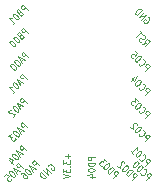
<source format=gbr>
%TF.GenerationSoftware,KiCad,Pcbnew,(5.1.6)-1*%
%TF.CreationDate,2021-01-29T18:20:15+05:30*%
%TF.ProjectId,Bluetooth_Module,426c7565-746f-46f7-9468-5f4d6f64756c,rev?*%
%TF.SameCoordinates,Original*%
%TF.FileFunction,Legend,Bot*%
%TF.FilePolarity,Positive*%
%FSLAX46Y46*%
G04 Gerber Fmt 4.6, Leading zero omitted, Abs format (unit mm)*
G04 Created by KiCad (PCBNEW (5.1.6)-1) date 2021-01-29 18:20:15*
%MOMM*%
%LPD*%
G01*
G04 APERTURE LIST*
%ADD10C,0.120000*%
G04 APERTURE END LIST*
%TO.C,J12*%
D10*
X103698020Y-85635837D02*
X103273756Y-85211573D01*
X103139069Y-85346260D01*
X103125600Y-85400135D01*
X103128967Y-85437174D01*
X103152538Y-85494416D01*
X103213147Y-85555025D01*
X103270389Y-85578595D01*
X103307428Y-85581962D01*
X103361302Y-85568493D01*
X103495990Y-85433806D01*
X103004382Y-85885008D02*
X102974077Y-85955719D01*
X102977445Y-85992758D01*
X103001015Y-86050000D01*
X103061624Y-86110609D01*
X103118866Y-86134179D01*
X103155905Y-86137546D01*
X103209780Y-86124077D01*
X103344467Y-85989390D01*
X102920203Y-85565126D01*
X102802351Y-85682977D01*
X102788883Y-85736852D01*
X102792250Y-85773891D01*
X102815820Y-85831133D01*
X102856226Y-85871539D01*
X102913468Y-85895109D01*
X102950507Y-85898477D01*
X103004382Y-85885008D01*
X103122233Y-85767157D01*
X102499306Y-85986023D02*
X102465634Y-86019695D01*
X102452165Y-86073570D01*
X102455532Y-86110609D01*
X102479103Y-86167851D01*
X102543079Y-86265499D01*
X102644094Y-86366514D01*
X102741742Y-86430490D01*
X102798984Y-86454061D01*
X102836023Y-86457428D01*
X102889898Y-86443959D01*
X102923570Y-86410287D01*
X102937038Y-86356412D01*
X102933671Y-86319374D01*
X102910101Y-86262132D01*
X102846125Y-86164483D01*
X102745109Y-86063468D01*
X102647461Y-85999492D01*
X102590219Y-85975922D01*
X102553180Y-85972554D01*
X102499306Y-85986023D01*
X102162588Y-86322741D02*
X102128916Y-86356412D01*
X102115448Y-86410287D01*
X102118815Y-86447326D01*
X102142385Y-86504568D01*
X102206361Y-86602216D01*
X102307377Y-86703231D01*
X102405025Y-86767208D01*
X102462267Y-86790778D01*
X102499306Y-86794145D01*
X102553180Y-86780677D01*
X102586852Y-86747005D01*
X102600321Y-86693130D01*
X102596954Y-86656091D01*
X102573384Y-86598849D01*
X102509407Y-86501201D01*
X102408392Y-86400186D01*
X102310744Y-86336209D01*
X102253502Y-86312639D01*
X102216463Y-86309272D01*
X102162588Y-86322741D01*
%TO.C,J1*%
X104622766Y-96861091D02*
X104198502Y-96436827D01*
X104063815Y-96571514D01*
X104050346Y-96625389D01*
X104053714Y-96662427D01*
X104077284Y-96719669D01*
X104137893Y-96780279D01*
X104195135Y-96803849D01*
X104232174Y-96807216D01*
X104286049Y-96793747D01*
X104420736Y-96659060D01*
X104164830Y-97076590D02*
X103996472Y-97244949D01*
X104319720Y-97164137D02*
X103777605Y-96857724D01*
X104084018Y-97399839D01*
X103474559Y-97160769D02*
X103440888Y-97194441D01*
X103427419Y-97248316D01*
X103430786Y-97285355D01*
X103454356Y-97342597D01*
X103518333Y-97440245D01*
X103619348Y-97541260D01*
X103716996Y-97605236D01*
X103774238Y-97628807D01*
X103811277Y-97632174D01*
X103865152Y-97618705D01*
X103898824Y-97585033D01*
X103912292Y-97531159D01*
X103908925Y-97494120D01*
X103885355Y-97436878D01*
X103821379Y-97339230D01*
X103720363Y-97238214D01*
X103622715Y-97174238D01*
X103565473Y-97150668D01*
X103528434Y-97147301D01*
X103474559Y-97160769D01*
X103053663Y-97581666D02*
X103121006Y-97514323D01*
X103174881Y-97500854D01*
X103211920Y-97504221D01*
X103306201Y-97531159D01*
X103403849Y-97595135D01*
X103565473Y-97756759D01*
X103589043Y-97814001D01*
X103592411Y-97851040D01*
X103578942Y-97904915D01*
X103511598Y-97972259D01*
X103457724Y-97985727D01*
X103420685Y-97982360D01*
X103363443Y-97958790D01*
X103262427Y-97857775D01*
X103238857Y-97800533D01*
X103235490Y-97763494D01*
X103248959Y-97709619D01*
X103316302Y-97642275D01*
X103370177Y-97628807D01*
X103407216Y-97632174D01*
X103464458Y-97655744D01*
%TO.C,J2*%
X103272766Y-97061091D02*
X102848502Y-96636827D01*
X102713815Y-96771514D01*
X102700346Y-96825389D01*
X102703714Y-96862427D01*
X102727284Y-96919669D01*
X102787893Y-96980279D01*
X102845135Y-97003849D01*
X102882174Y-97007216D01*
X102936049Y-96993747D01*
X103070736Y-96859060D01*
X102814830Y-97276590D02*
X102646472Y-97444949D01*
X102969720Y-97364137D02*
X102427605Y-97057724D01*
X102734018Y-97599839D01*
X102124559Y-97360769D02*
X102090888Y-97394441D01*
X102077419Y-97448316D01*
X102080786Y-97485355D01*
X102104356Y-97542597D01*
X102168333Y-97640245D01*
X102269348Y-97741260D01*
X102366996Y-97805236D01*
X102424238Y-97828807D01*
X102461277Y-97832174D01*
X102515152Y-97818705D01*
X102548824Y-97785033D01*
X102562292Y-97731159D01*
X102558925Y-97694120D01*
X102535355Y-97636878D01*
X102471379Y-97539230D01*
X102370363Y-97438214D01*
X102272715Y-97374238D01*
X102215473Y-97350668D01*
X102178434Y-97347301D01*
X102124559Y-97360769D01*
X101686827Y-97798502D02*
X101855185Y-97630143D01*
X102074052Y-97815338D01*
X102037013Y-97811971D01*
X101983138Y-97825440D01*
X101898959Y-97909619D01*
X101885490Y-97963494D01*
X101888857Y-98000533D01*
X101912427Y-98057775D01*
X102013443Y-98158790D01*
X102070685Y-98182360D01*
X102107724Y-98185727D01*
X102161598Y-98172259D01*
X102245778Y-98088079D01*
X102259246Y-98034204D01*
X102255879Y-97997165D01*
%TO.C,J3*%
X103538079Y-95595778D02*
X103113815Y-95171514D01*
X102979128Y-95306201D01*
X102965659Y-95360076D01*
X102969027Y-95397114D01*
X102992597Y-95454356D01*
X103053206Y-95514966D01*
X103110448Y-95538536D01*
X103147487Y-95541903D01*
X103201362Y-95528434D01*
X103336049Y-95393747D01*
X103080143Y-95811277D02*
X102911785Y-95979636D01*
X103235033Y-95898824D02*
X102692918Y-95592411D01*
X102999331Y-96134526D01*
X102389872Y-95895456D02*
X102356201Y-95929128D01*
X102342732Y-95983003D01*
X102346099Y-96020042D01*
X102369669Y-96077284D01*
X102433646Y-96174932D01*
X102534661Y-96275947D01*
X102632309Y-96339923D01*
X102689551Y-96363494D01*
X102726590Y-96366861D01*
X102780465Y-96353392D01*
X102814137Y-96319720D01*
X102827605Y-96265846D01*
X102824238Y-96228807D01*
X102800668Y-96171565D01*
X102736692Y-96073917D01*
X102635676Y-95972901D01*
X102538028Y-95908925D01*
X102480786Y-95885355D01*
X102443747Y-95881988D01*
X102389872Y-95895456D01*
X102110397Y-96457775D02*
X102393240Y-96740617D01*
X102032952Y-96211971D02*
X102420177Y-96430837D01*
X102201311Y-96649704D01*
%TO.C,J4*%
X103622766Y-93661091D02*
X103198502Y-93236827D01*
X103063815Y-93371514D01*
X103050346Y-93425389D01*
X103053714Y-93462427D01*
X103077284Y-93519669D01*
X103137893Y-93580279D01*
X103195135Y-93603849D01*
X103232174Y-93607216D01*
X103286049Y-93593747D01*
X103420736Y-93459060D01*
X103164830Y-93876590D02*
X102996472Y-94044949D01*
X103319720Y-93964137D02*
X102777605Y-93657724D01*
X103084018Y-94199839D01*
X102474559Y-93960769D02*
X102440888Y-93994441D01*
X102427419Y-94048316D01*
X102430786Y-94085355D01*
X102454356Y-94142597D01*
X102518333Y-94240245D01*
X102619348Y-94341260D01*
X102716996Y-94405236D01*
X102774238Y-94428807D01*
X102811277Y-94432174D01*
X102865152Y-94418705D01*
X102898824Y-94385033D01*
X102912292Y-94331159D01*
X102908925Y-94294120D01*
X102885355Y-94236878D01*
X102821379Y-94139230D01*
X102720363Y-94038214D01*
X102622715Y-93974238D01*
X102565473Y-93950668D01*
X102528434Y-93947301D01*
X102474559Y-93960769D01*
X102238857Y-94196472D02*
X102019991Y-94415338D01*
X102299466Y-94459111D01*
X102248959Y-94509619D01*
X102235490Y-94563494D01*
X102238857Y-94600533D01*
X102262427Y-94657775D01*
X102363443Y-94758790D01*
X102420685Y-94782360D01*
X102457724Y-94785727D01*
X102511598Y-94772259D01*
X102612614Y-94671243D01*
X102626082Y-94617369D01*
X102622715Y-94580330D01*
%TO.C,J5*%
X103572766Y-91561091D02*
X103148502Y-91136827D01*
X103013815Y-91271514D01*
X103000346Y-91325389D01*
X103003714Y-91362427D01*
X103027284Y-91419669D01*
X103087893Y-91480279D01*
X103145135Y-91503849D01*
X103182174Y-91507216D01*
X103236049Y-91493747D01*
X103370736Y-91359060D01*
X103114830Y-91776590D02*
X102946472Y-91944949D01*
X103269720Y-91864137D02*
X102727605Y-91557724D01*
X103034018Y-92099839D01*
X102424559Y-91860769D02*
X102390888Y-91894441D01*
X102377419Y-91948316D01*
X102380786Y-91985355D01*
X102404356Y-92042597D01*
X102468333Y-92140245D01*
X102569348Y-92241260D01*
X102666996Y-92305236D01*
X102724238Y-92328807D01*
X102761277Y-92332174D01*
X102815152Y-92318705D01*
X102848824Y-92285033D01*
X102862292Y-92231159D01*
X102858925Y-92194120D01*
X102835355Y-92136878D01*
X102771379Y-92039230D01*
X102670363Y-91938214D01*
X102572715Y-91874238D01*
X102515473Y-91850668D01*
X102478434Y-91847301D01*
X102424559Y-91860769D01*
X102212427Y-92153714D02*
X102175389Y-92150346D01*
X102121514Y-92163815D01*
X102037334Y-92247995D01*
X102023866Y-92301869D01*
X102027233Y-92338908D01*
X102050803Y-92396150D01*
X102091209Y-92436556D01*
X102168654Y-92480330D01*
X102613121Y-92520736D01*
X102394255Y-92739602D01*
%TO.C,J6*%
X103572766Y-89561091D02*
X103148502Y-89136827D01*
X103013815Y-89271514D01*
X103000346Y-89325389D01*
X103003714Y-89362427D01*
X103027284Y-89419669D01*
X103087893Y-89480279D01*
X103145135Y-89503849D01*
X103182174Y-89507216D01*
X103236049Y-89493747D01*
X103370736Y-89359060D01*
X103114830Y-89776590D02*
X102946472Y-89944949D01*
X103269720Y-89864137D02*
X102727605Y-89557724D01*
X103034018Y-90099839D01*
X102424559Y-89860769D02*
X102390888Y-89894441D01*
X102377419Y-89948316D01*
X102380786Y-89985355D01*
X102404356Y-90042597D01*
X102468333Y-90140245D01*
X102569348Y-90241260D01*
X102666996Y-90305236D01*
X102724238Y-90328807D01*
X102761277Y-90332174D01*
X102815152Y-90318705D01*
X102848824Y-90285033D01*
X102862292Y-90231159D01*
X102858925Y-90194120D01*
X102835355Y-90136878D01*
X102771379Y-90039230D01*
X102670363Y-89938214D01*
X102572715Y-89874238D01*
X102515473Y-89850668D01*
X102478434Y-89847301D01*
X102424559Y-89860769D01*
X102394255Y-90739602D02*
X102596285Y-90537572D01*
X102495270Y-90638587D02*
X102071006Y-90214323D01*
X102165287Y-90241260D01*
X102239365Y-90247995D01*
X102293240Y-90234526D01*
%TO.C,J7*%
X103722766Y-87661091D02*
X103298502Y-87236827D01*
X103163815Y-87371514D01*
X103150346Y-87425389D01*
X103153714Y-87462427D01*
X103177284Y-87519669D01*
X103237893Y-87580279D01*
X103295135Y-87603849D01*
X103332174Y-87607216D01*
X103386049Y-87593747D01*
X103520736Y-87459060D01*
X103264830Y-87876590D02*
X103096472Y-88044949D01*
X103419720Y-87964137D02*
X102877605Y-87657724D01*
X103184018Y-88199839D01*
X102574559Y-87960769D02*
X102540888Y-87994441D01*
X102527419Y-88048316D01*
X102530786Y-88085355D01*
X102554356Y-88142597D01*
X102618333Y-88240245D01*
X102719348Y-88341260D01*
X102816996Y-88405236D01*
X102874238Y-88428807D01*
X102911277Y-88432174D01*
X102965152Y-88418705D01*
X102998824Y-88385033D01*
X103012292Y-88331159D01*
X103008925Y-88294120D01*
X102985355Y-88236878D01*
X102921379Y-88139230D01*
X102820363Y-88038214D01*
X102722715Y-87974238D01*
X102665473Y-87950668D01*
X102628434Y-87947301D01*
X102574559Y-87960769D01*
X102237842Y-88297487D02*
X102204170Y-88331159D01*
X102190702Y-88385033D01*
X102194069Y-88422072D01*
X102217639Y-88479314D01*
X102281615Y-88576962D01*
X102382630Y-88677978D01*
X102480279Y-88741954D01*
X102537521Y-88765524D01*
X102574559Y-88768891D01*
X102628434Y-88755423D01*
X102662106Y-88721751D01*
X102675575Y-88667876D01*
X102672208Y-88630837D01*
X102648637Y-88573595D01*
X102584661Y-88475947D01*
X102483646Y-88374932D01*
X102385998Y-88310956D01*
X102328756Y-88287385D01*
X102291717Y-88284018D01*
X102237842Y-88297487D01*
%TO.C,J8*%
X107042857Y-95875000D02*
X107042857Y-96255952D01*
X107271428Y-96065476D02*
X106814285Y-96065476D01*
X106671428Y-96446428D02*
X106671428Y-96755952D01*
X106900000Y-96589285D01*
X106900000Y-96660714D01*
X106928571Y-96708333D01*
X106957142Y-96732142D01*
X107014285Y-96755952D01*
X107157142Y-96755952D01*
X107214285Y-96732142D01*
X107242857Y-96708333D01*
X107271428Y-96660714D01*
X107271428Y-96517857D01*
X107242857Y-96470238D01*
X107214285Y-96446428D01*
X107214285Y-96970238D02*
X107242857Y-96994047D01*
X107271428Y-96970238D01*
X107242857Y-96946428D01*
X107214285Y-96970238D01*
X107271428Y-96970238D01*
X106671428Y-97160714D02*
X106671428Y-97470238D01*
X106900000Y-97303571D01*
X106900000Y-97375000D01*
X106928571Y-97422619D01*
X106957142Y-97446428D01*
X107014285Y-97470238D01*
X107157142Y-97470238D01*
X107214285Y-97446428D01*
X107242857Y-97422619D01*
X107271428Y-97375000D01*
X107271428Y-97232142D01*
X107242857Y-97184523D01*
X107214285Y-97160714D01*
X106671428Y-97613095D02*
X107271428Y-97779761D01*
X106671428Y-97946428D01*
%TO.C,J9*%
X112489162Y-98123020D02*
X112913426Y-97698756D01*
X112778739Y-97564069D01*
X112724864Y-97550600D01*
X112687825Y-97553967D01*
X112630583Y-97577538D01*
X112569974Y-97638147D01*
X112546404Y-97695389D01*
X112543037Y-97732428D01*
X112556506Y-97786302D01*
X112691193Y-97920990D01*
X112135609Y-97769467D02*
X112559873Y-97345203D01*
X112475693Y-97261023D01*
X112404983Y-97230719D01*
X112330905Y-97237453D01*
X112273663Y-97261023D01*
X112176015Y-97325000D01*
X112115406Y-97385609D01*
X112051429Y-97483257D01*
X112027859Y-97540499D01*
X112021125Y-97614577D01*
X112051429Y-97685287D01*
X112135609Y-97769467D01*
X112138976Y-96924306D02*
X112105304Y-96890634D01*
X112051429Y-96877165D01*
X112014390Y-96880532D01*
X111957148Y-96904103D01*
X111859500Y-96968079D01*
X111758485Y-97069094D01*
X111694509Y-97166742D01*
X111670938Y-97223984D01*
X111667571Y-97261023D01*
X111681040Y-97314898D01*
X111714712Y-97348570D01*
X111768587Y-97362038D01*
X111805625Y-97358671D01*
X111862867Y-97335101D01*
X111960516Y-97271125D01*
X112061531Y-97170109D01*
X112125507Y-97072461D01*
X112149077Y-97015219D01*
X112152445Y-96978180D01*
X112138976Y-96924306D01*
X111846032Y-96712174D02*
X111849399Y-96675135D01*
X111835930Y-96621260D01*
X111751751Y-96537081D01*
X111697876Y-96523612D01*
X111660837Y-96526979D01*
X111603595Y-96550549D01*
X111563189Y-96590955D01*
X111519416Y-96668400D01*
X111479009Y-97112867D01*
X111260143Y-96894001D01*
%TO.C,J10*%
X110889162Y-97948020D02*
X111313426Y-97523756D01*
X111178739Y-97389069D01*
X111124864Y-97375600D01*
X111087825Y-97378967D01*
X111030583Y-97402538D01*
X110969974Y-97463147D01*
X110946404Y-97520389D01*
X110943037Y-97557428D01*
X110956506Y-97611302D01*
X111091193Y-97745990D01*
X110535609Y-97594467D02*
X110959873Y-97170203D01*
X110875693Y-97086023D01*
X110804983Y-97055719D01*
X110730905Y-97062453D01*
X110673663Y-97086023D01*
X110576015Y-97150000D01*
X110515406Y-97210609D01*
X110451429Y-97308257D01*
X110427859Y-97365499D01*
X110421125Y-97439577D01*
X110451429Y-97510287D01*
X110535609Y-97594467D01*
X110538976Y-96749306D02*
X110505304Y-96715634D01*
X110451429Y-96702165D01*
X110414390Y-96705532D01*
X110357148Y-96729103D01*
X110259500Y-96793079D01*
X110158485Y-96894094D01*
X110094509Y-96991742D01*
X110070938Y-97048984D01*
X110067571Y-97086023D01*
X110081040Y-97139898D01*
X110114712Y-97173570D01*
X110168587Y-97187038D01*
X110205625Y-97183671D01*
X110262867Y-97160101D01*
X110360516Y-97096125D01*
X110461531Y-96995109D01*
X110525507Y-96897461D01*
X110549077Y-96840219D01*
X110552445Y-96803180D01*
X110538976Y-96749306D01*
X110303274Y-96513603D02*
X110084407Y-96294737D01*
X110040634Y-96574213D01*
X109990126Y-96523705D01*
X109936251Y-96510236D01*
X109899213Y-96513603D01*
X109841971Y-96537174D01*
X109740955Y-96638189D01*
X109717385Y-96695431D01*
X109714018Y-96732470D01*
X109727487Y-96786345D01*
X109828502Y-96887360D01*
X109882377Y-96900829D01*
X109919416Y-96897461D01*
%TO.C,J11*%
X109321428Y-96142857D02*
X108721428Y-96142857D01*
X108721428Y-96333333D01*
X108750000Y-96380952D01*
X108778571Y-96404761D01*
X108835714Y-96428571D01*
X108921428Y-96428571D01*
X108978571Y-96404761D01*
X109007142Y-96380952D01*
X109035714Y-96333333D01*
X109035714Y-96142857D01*
X109321428Y-96642857D02*
X108721428Y-96642857D01*
X108721428Y-96761904D01*
X108750000Y-96833333D01*
X108807142Y-96880952D01*
X108864285Y-96904761D01*
X108978571Y-96928571D01*
X109064285Y-96928571D01*
X109178571Y-96904761D01*
X109235714Y-96880952D01*
X109292857Y-96833333D01*
X109321428Y-96761904D01*
X109321428Y-96642857D01*
X108721428Y-97238095D02*
X108721428Y-97285714D01*
X108750000Y-97333333D01*
X108778571Y-97357142D01*
X108835714Y-97380952D01*
X108950000Y-97404761D01*
X109092857Y-97404761D01*
X109207142Y-97380952D01*
X109264285Y-97357142D01*
X109292857Y-97333333D01*
X109321428Y-97285714D01*
X109321428Y-97238095D01*
X109292857Y-97190476D01*
X109264285Y-97166666D01*
X109207142Y-97142857D01*
X109092857Y-97119047D01*
X108950000Y-97119047D01*
X108835714Y-97142857D01*
X108778571Y-97166666D01*
X108750000Y-97190476D01*
X108721428Y-97238095D01*
X108921428Y-97833333D02*
X109321428Y-97833333D01*
X108692857Y-97714285D02*
X109121428Y-97595238D01*
X109121428Y-97904761D01*
%TO.C,J14*%
X113831506Y-84307241D02*
X113885380Y-84320710D01*
X113935888Y-84371218D01*
X113966193Y-84441928D01*
X113959458Y-84516006D01*
X113935888Y-84573248D01*
X113871912Y-84670896D01*
X113811302Y-84731506D01*
X113713654Y-84795482D01*
X113656412Y-84819052D01*
X113582335Y-84825786D01*
X113511624Y-84795482D01*
X113477952Y-84761810D01*
X113447648Y-84691099D01*
X113451015Y-84654061D01*
X113592436Y-84512639D01*
X113659780Y-84579983D01*
X113259086Y-84542944D02*
X113683350Y-84118680D01*
X113057055Y-84340913D01*
X113481319Y-83916649D01*
X112888697Y-84172554D02*
X113312961Y-83748290D01*
X113228781Y-83664111D01*
X113158071Y-83633806D01*
X113083993Y-83640541D01*
X113026751Y-83664111D01*
X112929103Y-83728087D01*
X112868493Y-83788697D01*
X112804517Y-83886345D01*
X112780947Y-83943587D01*
X112774213Y-84017664D01*
X112804517Y-84088375D01*
X112888697Y-84172554D01*
%TO.C,J15*%
X113564162Y-88848020D02*
X113988426Y-88423756D01*
X113853739Y-88289069D01*
X113799864Y-88275600D01*
X113762825Y-88278967D01*
X113705583Y-88302538D01*
X113644974Y-88363147D01*
X113621404Y-88420389D01*
X113618037Y-88457428D01*
X113631506Y-88511302D01*
X113766193Y-88645990D01*
X113048984Y-88252030D02*
X113045617Y-88289069D01*
X113075922Y-88359780D01*
X113109593Y-88393451D01*
X113180304Y-88423756D01*
X113254382Y-88417022D01*
X113311624Y-88393451D01*
X113409272Y-88329475D01*
X113469881Y-88268866D01*
X113533857Y-88171218D01*
X113557428Y-88113976D01*
X113564162Y-88039898D01*
X113533857Y-87969187D01*
X113500186Y-87935516D01*
X113429475Y-87905211D01*
X113392436Y-87908578D01*
X113213976Y-87649306D02*
X113180304Y-87615634D01*
X113126429Y-87602165D01*
X113089390Y-87605532D01*
X113032148Y-87629103D01*
X112934500Y-87693079D01*
X112833485Y-87794094D01*
X112769509Y-87891742D01*
X112745938Y-87948984D01*
X112742571Y-87986023D01*
X112756040Y-88039898D01*
X112789712Y-88073570D01*
X112843587Y-88087038D01*
X112880625Y-88083671D01*
X112937867Y-88060101D01*
X113035516Y-87996125D01*
X113136531Y-87895109D01*
X113200507Y-87797461D01*
X113224077Y-87740219D01*
X113227445Y-87703180D01*
X113213976Y-87649306D01*
X112776243Y-87211573D02*
X112944602Y-87379932D01*
X112759407Y-87598798D01*
X112762774Y-87561759D01*
X112749306Y-87507884D01*
X112665126Y-87423705D01*
X112611251Y-87410236D01*
X112574213Y-87413603D01*
X112516971Y-87437174D01*
X112415955Y-87538189D01*
X112392385Y-87595431D01*
X112389018Y-87632470D01*
X112402487Y-87686345D01*
X112486666Y-87770524D01*
X112540541Y-87783993D01*
X112577580Y-87780625D01*
%TO.C,J16*%
X113564162Y-90898020D02*
X113988426Y-90473756D01*
X113853739Y-90339069D01*
X113799864Y-90325600D01*
X113762825Y-90328967D01*
X113705583Y-90352538D01*
X113644974Y-90413147D01*
X113621404Y-90470389D01*
X113618037Y-90507428D01*
X113631506Y-90561302D01*
X113766193Y-90695990D01*
X113048984Y-90302030D02*
X113045617Y-90339069D01*
X113075922Y-90409780D01*
X113109593Y-90443451D01*
X113180304Y-90473756D01*
X113254382Y-90467022D01*
X113311624Y-90443451D01*
X113409272Y-90379475D01*
X113469881Y-90318866D01*
X113533857Y-90221218D01*
X113557428Y-90163976D01*
X113564162Y-90089898D01*
X113533857Y-90019187D01*
X113500186Y-89985516D01*
X113429475Y-89955211D01*
X113392436Y-89958578D01*
X113213976Y-89699306D02*
X113180304Y-89665634D01*
X113126429Y-89652165D01*
X113089390Y-89655532D01*
X113032148Y-89679103D01*
X112934500Y-89743079D01*
X112833485Y-89844094D01*
X112769509Y-89941742D01*
X112745938Y-89998984D01*
X112742571Y-90036023D01*
X112756040Y-90089898D01*
X112789712Y-90123570D01*
X112843587Y-90137038D01*
X112880625Y-90133671D01*
X112937867Y-90110101D01*
X113035516Y-90046125D01*
X113136531Y-89945109D01*
X113200507Y-89847461D01*
X113224077Y-89790219D01*
X113227445Y-89753180D01*
X113213976Y-89699306D01*
X112651658Y-89419830D02*
X112368815Y-89702673D01*
X112897461Y-89342385D02*
X112678595Y-89729610D01*
X112459729Y-89510744D01*
%TO.C,J17*%
X113564162Y-92848020D02*
X113988426Y-92423756D01*
X113853739Y-92289069D01*
X113799864Y-92275600D01*
X113762825Y-92278967D01*
X113705583Y-92302538D01*
X113644974Y-92363147D01*
X113621404Y-92420389D01*
X113618037Y-92457428D01*
X113631506Y-92511302D01*
X113766193Y-92645990D01*
X113048984Y-92252030D02*
X113045617Y-92289069D01*
X113075922Y-92359780D01*
X113109593Y-92393451D01*
X113180304Y-92423756D01*
X113254382Y-92417022D01*
X113311624Y-92393451D01*
X113409272Y-92329475D01*
X113469881Y-92268866D01*
X113533857Y-92171218D01*
X113557428Y-92113976D01*
X113564162Y-92039898D01*
X113533857Y-91969187D01*
X113500186Y-91935516D01*
X113429475Y-91905211D01*
X113392436Y-91908578D01*
X113213976Y-91649306D02*
X113180304Y-91615634D01*
X113126429Y-91602165D01*
X113089390Y-91605532D01*
X113032148Y-91629103D01*
X112934500Y-91693079D01*
X112833485Y-91794094D01*
X112769509Y-91891742D01*
X112745938Y-91948984D01*
X112742571Y-91986023D01*
X112756040Y-92039898D01*
X112789712Y-92073570D01*
X112843587Y-92087038D01*
X112880625Y-92083671D01*
X112937867Y-92060101D01*
X113035516Y-91996125D01*
X113136531Y-91895109D01*
X113200507Y-91797461D01*
X113224077Y-91740219D01*
X113227445Y-91703180D01*
X113213976Y-91649306D01*
X112978274Y-91413603D02*
X112759407Y-91194737D01*
X112715634Y-91474213D01*
X112665126Y-91423705D01*
X112611251Y-91410236D01*
X112574213Y-91413603D01*
X112516971Y-91437174D01*
X112415955Y-91538189D01*
X112392385Y-91595431D01*
X112389018Y-91632470D01*
X112402487Y-91686345D01*
X112503502Y-91787360D01*
X112557377Y-91800829D01*
X112594416Y-91797461D01*
%TO.C,J18*%
X113564162Y-94848020D02*
X113988426Y-94423756D01*
X113853739Y-94289069D01*
X113799864Y-94275600D01*
X113762825Y-94278967D01*
X113705583Y-94302538D01*
X113644974Y-94363147D01*
X113621404Y-94420389D01*
X113618037Y-94457428D01*
X113631506Y-94511302D01*
X113766193Y-94645990D01*
X113048984Y-94252030D02*
X113045617Y-94289069D01*
X113075922Y-94359780D01*
X113109593Y-94393451D01*
X113180304Y-94423756D01*
X113254382Y-94417022D01*
X113311624Y-94393451D01*
X113409272Y-94329475D01*
X113469881Y-94268866D01*
X113533857Y-94171218D01*
X113557428Y-94113976D01*
X113564162Y-94039898D01*
X113533857Y-93969187D01*
X113500186Y-93935516D01*
X113429475Y-93905211D01*
X113392436Y-93908578D01*
X113213976Y-93649306D02*
X113180304Y-93615634D01*
X113126429Y-93602165D01*
X113089390Y-93605532D01*
X113032148Y-93629103D01*
X112934500Y-93693079D01*
X112833485Y-93794094D01*
X112769509Y-93891742D01*
X112745938Y-93948984D01*
X112742571Y-93986023D01*
X112756040Y-94039898D01*
X112789712Y-94073570D01*
X112843587Y-94087038D01*
X112880625Y-94083671D01*
X112937867Y-94060101D01*
X113035516Y-93996125D01*
X113136531Y-93895109D01*
X113200507Y-93797461D01*
X113224077Y-93740219D01*
X113227445Y-93703180D01*
X113213976Y-93649306D01*
X112921032Y-93437174D02*
X112924399Y-93400135D01*
X112910930Y-93346260D01*
X112826751Y-93262081D01*
X112772876Y-93248612D01*
X112735837Y-93251979D01*
X112678595Y-93275549D01*
X112638189Y-93315955D01*
X112594416Y-93393400D01*
X112554009Y-93837867D01*
X112335143Y-93619001D01*
%TO.C,J19*%
X113614162Y-96898020D02*
X114038426Y-96473756D01*
X113903739Y-96339069D01*
X113849864Y-96325600D01*
X113812825Y-96328967D01*
X113755583Y-96352538D01*
X113694974Y-96413147D01*
X113671404Y-96470389D01*
X113668037Y-96507428D01*
X113681506Y-96561302D01*
X113816193Y-96695990D01*
X113098984Y-96302030D02*
X113095617Y-96339069D01*
X113125922Y-96409780D01*
X113159593Y-96443451D01*
X113230304Y-96473756D01*
X113304382Y-96467022D01*
X113361624Y-96443451D01*
X113459272Y-96379475D01*
X113519881Y-96318866D01*
X113583857Y-96221218D01*
X113607428Y-96163976D01*
X113614162Y-96089898D01*
X113583857Y-96019187D01*
X113550186Y-95985516D01*
X113479475Y-95955211D01*
X113442436Y-95958578D01*
X113263976Y-95699306D02*
X113230304Y-95665634D01*
X113176429Y-95652165D01*
X113139390Y-95655532D01*
X113082148Y-95679103D01*
X112984500Y-95743079D01*
X112883485Y-95844094D01*
X112819509Y-95941742D01*
X112795938Y-95998984D01*
X112792571Y-96036023D01*
X112806040Y-96089898D01*
X112839712Y-96123570D01*
X112893587Y-96137038D01*
X112930625Y-96133671D01*
X112987867Y-96110101D01*
X113085516Y-96046125D01*
X113186531Y-95945109D01*
X113250507Y-95847461D01*
X113274077Y-95790219D01*
X113277445Y-95753180D01*
X113263976Y-95699306D01*
X112385143Y-95669001D02*
X112587174Y-95871032D01*
X112486158Y-95770016D02*
X112910422Y-95345752D01*
X112883485Y-95440033D01*
X112876751Y-95514111D01*
X112890219Y-95567986D01*
%TO.C,J20*%
X113714162Y-98123020D02*
X114138426Y-97698756D01*
X114003739Y-97564069D01*
X113949864Y-97550600D01*
X113912825Y-97553967D01*
X113855583Y-97577538D01*
X113794974Y-97638147D01*
X113771404Y-97695389D01*
X113768037Y-97732428D01*
X113781506Y-97786302D01*
X113916193Y-97920990D01*
X113198984Y-97527030D02*
X113195617Y-97564069D01*
X113225922Y-97634780D01*
X113259593Y-97668451D01*
X113330304Y-97698756D01*
X113404382Y-97692022D01*
X113461624Y-97668451D01*
X113559272Y-97604475D01*
X113619881Y-97543866D01*
X113683857Y-97446218D01*
X113707428Y-97388976D01*
X113714162Y-97314898D01*
X113683857Y-97244187D01*
X113650186Y-97210516D01*
X113579475Y-97180211D01*
X113542436Y-97183578D01*
X113363976Y-96924306D02*
X113330304Y-96890634D01*
X113276429Y-96877165D01*
X113239390Y-96880532D01*
X113182148Y-96904103D01*
X113084500Y-96968079D01*
X112983485Y-97069094D01*
X112919509Y-97166742D01*
X112895938Y-97223984D01*
X112892571Y-97261023D01*
X112906040Y-97314898D01*
X112939712Y-97348570D01*
X112993587Y-97362038D01*
X113030625Y-97358671D01*
X113087867Y-97335101D01*
X113185516Y-97271125D01*
X113286531Y-97170109D01*
X113350507Y-97072461D01*
X113374077Y-97015219D01*
X113377445Y-96978180D01*
X113363976Y-96924306D01*
X113027258Y-96587588D02*
X112993587Y-96553916D01*
X112939712Y-96540448D01*
X112902673Y-96543815D01*
X112845431Y-96567385D01*
X112747783Y-96631361D01*
X112646768Y-96732377D01*
X112582791Y-96830025D01*
X112559221Y-96887267D01*
X112555854Y-96924306D01*
X112569322Y-96978180D01*
X112602994Y-97011852D01*
X112656869Y-97025321D01*
X112693908Y-97021954D01*
X112751150Y-96998384D01*
X112848798Y-96934407D01*
X112949813Y-96833392D01*
X113013790Y-96735744D01*
X113037360Y-96678502D01*
X113040727Y-96641463D01*
X113027258Y-96587588D01*
%TO.C,J21*%
X113351683Y-86585541D02*
X113671565Y-86501362D01*
X113553714Y-86787572D02*
X113977978Y-86363307D01*
X113843291Y-86228620D01*
X113789416Y-86215152D01*
X113752377Y-86218519D01*
X113695135Y-86242089D01*
X113634526Y-86302698D01*
X113610956Y-86359940D01*
X113607588Y-86396979D01*
X113621057Y-86450854D01*
X113755744Y-86585541D01*
X113237199Y-86430651D02*
X113166488Y-86400346D01*
X113082309Y-86316167D01*
X113068840Y-86262292D01*
X113072208Y-86225253D01*
X113095778Y-86168011D01*
X113136184Y-86127605D01*
X113193426Y-86104035D01*
X113230465Y-86100668D01*
X113284340Y-86114137D01*
X113371886Y-86161277D01*
X113425761Y-86174746D01*
X113462800Y-86171379D01*
X113520042Y-86147808D01*
X113560448Y-86107402D01*
X113584018Y-86050160D01*
X113587385Y-86013121D01*
X113573917Y-85959246D01*
X113489737Y-85875067D01*
X113419027Y-85844763D01*
X113338214Y-85723544D02*
X113136184Y-85521514D01*
X112812935Y-86046793D02*
X113237199Y-85622529D01*
%TO.C,J22*%
X105382241Y-96918493D02*
X105395710Y-96864619D01*
X105446218Y-96814111D01*
X105516928Y-96783806D01*
X105591006Y-96790541D01*
X105648248Y-96814111D01*
X105745896Y-96878087D01*
X105806506Y-96938697D01*
X105870482Y-97036345D01*
X105894052Y-97093587D01*
X105900786Y-97167664D01*
X105870482Y-97238375D01*
X105836810Y-97272047D01*
X105766099Y-97302351D01*
X105729061Y-97298984D01*
X105587639Y-97157563D01*
X105654983Y-97090219D01*
X105617944Y-97490913D02*
X105193680Y-97066649D01*
X105415913Y-97692944D01*
X104991649Y-97268680D01*
X105247554Y-97861302D02*
X104823290Y-97437038D01*
X104739111Y-97521218D01*
X104708806Y-97591928D01*
X104715541Y-97666006D01*
X104739111Y-97723248D01*
X104803087Y-97820896D01*
X104863697Y-97881506D01*
X104961345Y-97945482D01*
X105018587Y-97969052D01*
X105092664Y-97975786D01*
X105163375Y-97945482D01*
X105247554Y-97861302D01*
%TO.C,J13*%
X103648020Y-83685837D02*
X103223756Y-83261573D01*
X103089069Y-83396260D01*
X103075600Y-83450135D01*
X103078967Y-83487174D01*
X103102538Y-83544416D01*
X103163147Y-83605025D01*
X103220389Y-83628595D01*
X103257428Y-83631962D01*
X103311302Y-83618493D01*
X103445990Y-83483806D01*
X102954382Y-83935008D02*
X102924077Y-84005719D01*
X102927445Y-84042758D01*
X102951015Y-84100000D01*
X103011624Y-84160609D01*
X103068866Y-84184179D01*
X103105905Y-84187546D01*
X103159780Y-84174077D01*
X103294467Y-84039390D01*
X102870203Y-83615126D01*
X102752351Y-83732977D01*
X102738883Y-83786852D01*
X102742250Y-83823891D01*
X102765820Y-83881133D01*
X102806226Y-83921539D01*
X102863468Y-83945109D01*
X102900507Y-83948477D01*
X102954382Y-83935008D01*
X103072233Y-83817157D01*
X102449306Y-84036023D02*
X102415634Y-84069695D01*
X102402165Y-84123570D01*
X102405532Y-84160609D01*
X102429103Y-84217851D01*
X102493079Y-84315499D01*
X102594094Y-84416514D01*
X102691742Y-84480490D01*
X102748984Y-84504061D01*
X102786023Y-84507428D01*
X102839898Y-84493959D01*
X102873570Y-84460287D01*
X102887038Y-84406412D01*
X102883671Y-84369374D01*
X102860101Y-84312132D01*
X102796125Y-84214483D01*
X102695109Y-84113468D01*
X102597461Y-84049492D01*
X102540219Y-84025922D01*
X102503180Y-84022554D01*
X102449306Y-84036023D01*
X102419001Y-84914856D02*
X102621032Y-84712825D01*
X102520016Y-84813841D02*
X102095752Y-84389577D01*
X102190033Y-84416514D01*
X102264111Y-84423248D01*
X102317986Y-84409780D01*
%TD*%
M02*

</source>
